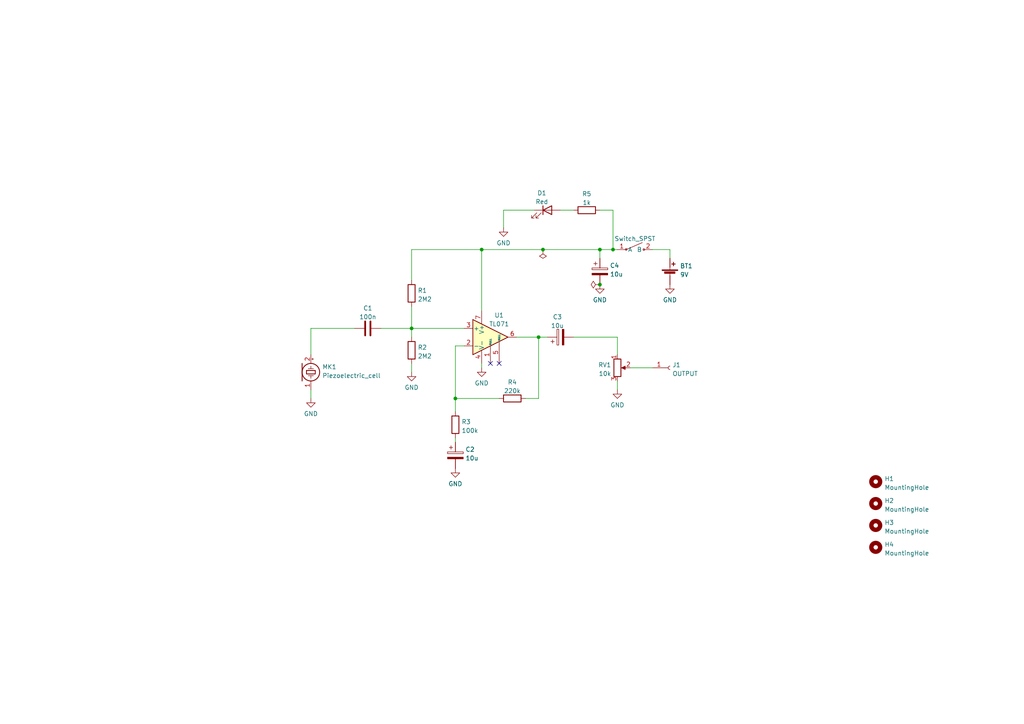
<source format=kicad_sch>
(kicad_sch (version 20211123) (generator eeschema)
  (paper "A4")
  (title_block (title "CursoKicad_CircularFab2022_2 (Amplificador de celda piezoeĺéctrica)") (date "2022-06-02") (rev "V1") (company "Smart Open Lab. Universidad de Extremadura."))
  (lib_symbols
    (symbol "Amplifier_Operational:TL071" (pin_names (offset 0.127))
      (property "Reference" "U" (at 0 6.35 0))
      (property "Value" "TL071" (at 0 3.81 0))
      (symbol "TL071_0_1"
        (polyline (pts (xy -5.08 5.08) (xy 5.08 0) (xy -5.08 -5.08) (xy -5.08 5.08)) (stroke (width 0.254)) (fill (type background)))
      )
      (symbol "TL071_1_1"
        (pin input line (at 0 -7.62 90) (length 5.08) (name "NULL") (number "1"))
        (pin input line (at -7.62 -2.54 0) (length 2.54) (name "-") (number "2"))
        (pin input line (at -7.62 2.54 0) (length 2.54) (name "+") (number "3"))
        (pin power_in line (at -2.54 -7.62 90) (length 3.81) (name "V-") (number "4"))
        (pin input line (at 2.54 -7.62 90) (length 6.35) (name "NULL") (number "5"))
        (pin output line (at 7.62 0 180) (length 2.54) (name "~") (number "6"))
        (pin power_in line (at -2.54 7.62 270) (length 3.81) (name "V+") (number "7"))
        (pin no_connect line (at 0 2.54 270) (length 2.54) hide (name "NC") (number "8"))
      )
    )
    (symbol "Connector:Conn_01x01_Female" (pin_names (offset 1.016) hide)
      (property "Reference" "J" (at 0 2.54 0))
      (property "Value" "Conn_01x01_Female" (at 0 -2.54 0))
      (symbol "Conn_01x01_Female_1_1"
        (polyline (pts (xy -1.27 0) (xy -0.508 0)) (stroke (width 0.1524)))
        (arc (start 0 0.508) (mid -0.508 0) (end 0 -0.508) (stroke (width 0.1524)))
        (pin passive line (at -5.08 0 0) (length 3.81) (name "Pin_1") (number "1"))
      )
    )
    (symbol "CursoCicularFabSesion2:Switch_SPST"
      (property "Reference" "SW1" (at 0.0254 5.681 0))
      (property "Value" "Switch_SPST" (at 0.0254 3.1441 0))
      (symbol "Switch_SPST_0_1"
        (circle (center -2.54 0.0508) (radius 0.254) (stroke (width 0.1524)))
        (polyline (pts (xy -2.54 0) (xy 2.1336 2.032)) (stroke (width 0.1524)))
        (circle (center 2.5908 0) (radius 0.254) (stroke (width 0.1524)))
      )
      (symbol "Switch_SPST_1_1"
        (pin passive line (at -5.08 0 0) (length 2.54) (name "A") (number "1"))
        (pin passive line (at 5.08 0 180) (length 2.54) (name "B") (number "2"))
      )
    )
    (symbol "Device:Battery_Cell" (pin_numbers hide) (pin_names (offset 0) hide)
      (property "Reference" "BT" (at 2.54 2.54 0))
      (property "Value" "Battery_Cell" (at 2.54 0 0))
      (symbol "Battery_Cell_0_1"
        (rectangle (start -2.286 1.778) (end 2.286 1.524) (fill (type outline)))
        (rectangle (start -1.5748 1.1938) (end 1.4732 0.6858) (fill (type outline)))
        (polyline (pts (xy 0 0.762) (xy 0 0)))
        (polyline (pts (xy 0 1.778) (xy 0 2.54)))
        (polyline (pts (xy 0.508 3.429) (xy 1.524 3.429)) (stroke (width 0.254)))
        (polyline (pts (xy 1.016 3.937) (xy 1.016 2.921)) (stroke (width 0.254)))
      )
      (symbol "Battery_Cell_1_1"
        (pin passive line (at 0 5.08 270) (length 2.54) (name "+") (number "1"))
        (pin passive line (at 0 -2.54 90) (length 2.54) (name "-") (number "2"))
      )
    )
    (symbol "Device:C" (pin_numbers hide) (pin_names (offset 0.254))
      (property "Reference" "C" (at 0.635 2.54 0))
      (property "Value" "C" (at 0.635 -2.54 0))
      (symbol "C_0_1"
        (polyline (pts (xy -2.032 -0.762) (xy 2.032 -0.762)) (stroke (width 0.508)))
        (polyline (pts (xy -2.032 0.762) (xy 2.032 0.762)) (stroke (width 0.508)))
      )
      (symbol "C_1_1"
        (pin passive line (at 0 3.81 270) (length 2.794) (name "~") (number "1"))
        (pin passive line (at 0 -3.81 90) (length 2.794) (name "~") (number "2"))
      )
    )
    (symbol "Device:C_Polarized" (pin_numbers hide) (pin_names (offset 0.254))
      (property "Reference" "C" (at 0.635 2.54 0))
      (property "Value" "C_Polarized" (at 0.635 -2.54 0))
      (symbol "C_Polarized_0_1"
        (rectangle (start -2.286 0.508) (end 2.286 1.016))
        (polyline (pts (xy -1.778 2.286) (xy -0.762 2.286)))
        (polyline (pts (xy -1.27 2.794) (xy -1.27 1.778)))
        (rectangle (start 2.286 -0.508) (end -2.286 -1.016) (fill (type outline)))
      )
      (symbol "C_Polarized_1_1"
        (pin passive line (at 0 3.81 270) (length 2.794) (name "~") (number "1"))
        (pin passive line (at 0 -3.81 90) (length 2.794) (name "~") (number "2"))
      )
    )
    (symbol "Device:LED" (pin_numbers hide) (pin_names (offset 1.016) hide)
      (property "Reference" "D" (at 0 2.54 0))
      (property "Value" "LED" (at 0 -2.54 0))
      (symbol "LED_0_1"
        (polyline (pts (xy -1.27 -1.27) (xy -1.27 1.27)) (stroke (width 0.254)))
        (polyline (pts (xy -1.27 0) (xy 1.27 0)))
        (polyline (pts (xy 1.27 -1.27) (xy 1.27 1.27) (xy -1.27 0) (xy 1.27 -1.27)) (stroke (width 0.254)))
        (polyline (pts (xy -3.048 -0.762) (xy -4.572 -2.286) (xy -3.81 -2.286) (xy -4.572 -2.286) (xy -4.572 -1.524)))
        (polyline (pts (xy -1.778 -0.762) (xy -3.302 -2.286) (xy -2.54 -2.286) (xy -3.302 -2.286) (xy -3.302 -1.524)))
      )
      (symbol "LED_1_1"
        (pin passive line (at -3.81 0 0) (length 2.54) (name "K") (number "1"))
        (pin passive line (at 3.81 0 180) (length 2.54) (name "A") (number "2"))
      )
    )
    (symbol "Device:Microphone_Crystal" (pin_names (offset 0.0254) hide)
      (property "Reference" "MK" (at -3.81 1.143 0))
      (property "Value" "Microphone_Crystal" (at -3.81 -0.762 0))
      (symbol "Microphone_Crystal_0_1"
        (rectangle (start -1.27 0.508) (end 1.27 -0.508) (stroke (width 0.254)))
        (polyline (pts (xy -2.54 2.54) (xy -2.54 -2.54)) (stroke (width 0.254)))
        (polyline (pts (xy -0.762 -1.016) (xy 0.762 -1.016)))
        (polyline (pts (xy -0.762 1.016) (xy 0.762 1.016)))
        (polyline (pts (xy 0 -1.016) (xy 0 -1.778)))
        (polyline (pts (xy 0 1.016) (xy 0 1.778)))
        (polyline (pts (xy 0.254 3.81) (xy 0.762 3.81)))
        (polyline (pts (xy 0.508 4.064) (xy 0.508 3.556)))
        (circle (center 0 0) (radius 2.54) (stroke (width 0.254)))
      )
      (symbol "Microphone_Crystal_1_1"
        (pin passive line (at 0 -5.08 90) (length 2.54) (name "-") (number "1"))
        (pin passive line (at 0 5.08 270) (length 2.54) (name "+") (number "2"))
      )
    )
    (symbol "Device:R" (pin_numbers hide) (pin_names (offset 0))
      (property "Reference" "R" (at 2.032 0 90))
      (property "Value" "R" (at 0 0 90))
      (symbol "R_0_1"
        (rectangle (start -1.016 -2.54) (end 1.016 2.54) (stroke (width 0.254)))
      )
      (symbol "R_1_1"
        (pin passive line (at 0 3.81 270) (length 1.27) (name "~") (number "1"))
        (pin passive line (at 0 -3.81 90) (length 1.27) (name "~") (number "2"))
      )
    )
    (symbol "Device:R_Potentiometer" (pin_names (offset 1.016) hide)
      (property "Reference" "RV" (at -4.445 0 90))
      (property "Value" "R_Potentiometer" (at -2.54 0 90))
      (symbol "R_Potentiometer_0_1"
        (polyline (pts (xy 2.54 0) (xy 1.524 0)))
        (polyline (pts (xy 1.143 0) (xy 2.286 0.508) (xy 2.286 -0.508) (xy 1.143 0)) (fill (type outline)))
        (rectangle (start 1.016 2.54) (end -1.016 -2.54) (stroke (width 0.254)))
      )
      (symbol "R_Potentiometer_1_1"
        (pin passive line (at 0 3.81 270) (length 1.27) (name "1") (number "1"))
        (pin passive line (at 3.81 0 180) (length 1.27) (name "2") (number "2"))
        (pin passive line (at 0 -3.81 90) (length 1.27) (name "3") (number "3"))
      )
    )
    (symbol "Mechanical:MountingHole" (pin_names (offset 1.016))
      (property "Reference" "H" (at 0 5.08 0))
      (property "Value" "MountingHole" (at 0 3.175 0))
      (symbol "MountingHole_0_1"
        (circle (center 0 0) (radius 1.27) (stroke (width 1.27)))
      )
    )
    (symbol "power:GND" (power) (pin_names (offset 0))
      (property "Value" "GND" (at 0 -3.81 0))
      (symbol "GND_0_1"
        (polyline (pts (xy 0 0) (xy 0 -1.27) (xy 1.27 -1.27) (xy 0 -2.54) (xy -1.27 -1.27) (xy 0 -1.27)))
      )
      (symbol "GND_1_1"
        (pin power_in line (at 0 0 270) (length 0) hide (name "GND") (number "1"))
      )
    )
    (symbol "power:PWR_FLAG" (power) (pin_numbers hide) (pin_names (offset 0) hide)
      (property "Value" "PWR_FLAG" (at 0 3.81 0))
      (symbol "PWR_FLAG_0_0"
        (pin power_out line (at 0 0 90) (length 0) (name "pwr") (number "1"))
      )
      (symbol "PWR_FLAG_0_1"
        (polyline (pts (xy 0 0) (xy 0 1.27) (xy -1.016 1.905) (xy 0 2.54) (xy 1.016 1.905) (xy 0 1.27)))
      )
    )
  )
  (junction (at 173.99 72.39))
  (junction (at 119.38 95.25))
  (junction (at 173.99 82.55))
  (junction (at 139.7 72.39))
  (junction (at 177.8 72.39))
  (junction (at 132.08 115.57))
  (junction (at 157.48 72.39))
  (junction (at 156.21 97.79))
  (no_connect (at 144.78 105.41))
  (no_connect (at 142.24 105.41))
  (wire (pts (xy 179.07 110.49) (xy 179.07 113.03)))
  (wire (pts (xy 119.38 88.9) (xy 119.38 95.25)))
  (wire (pts (xy 173.99 72.39) (xy 177.8 72.39)))
  (wire (pts (xy 119.38 95.25) (xy 134.62 95.25)))
  (wire (pts (xy 139.7 72.39) (xy 157.48 72.39)))
  (wire (pts (xy 156.21 97.79) (xy 158.75 97.79)))
  (wire (pts (xy 173.99 72.39) (xy 173.99 74.93)))
  (wire (pts (xy 146.05 60.96) (xy 146.05 66.04)))
  (wire (pts (xy 177.8 72.39) (xy 177.8 60.96)))
  (wire (pts (xy 177.8 60.96) (xy 173.99 60.96)))
  (wire (pts (xy 132.08 100.33) (xy 134.62 100.33)))
  (wire (pts (xy 132.08 115.57) (xy 132.08 119.38)))
  (wire (pts (xy 119.38 95.25) (xy 119.38 97.79)))
  (wire (pts (xy 166.37 97.79) (xy 179.07 97.79)))
  (wire (pts (xy 90.17 113.03) (xy 90.17 115.57)))
  (wire (pts (xy 119.38 105.41) (xy 119.38 107.95)))
  (wire (pts (xy 157.48 72.39) (xy 173.99 72.39)))
  (wire (pts (xy 139.7 72.39) (xy 139.7 90.17)))
  (wire (pts (xy 149.86 97.79) (xy 156.21 97.79)))
  (wire (pts (xy 194.31 74.93) (xy 194.31 72.39)))
  (wire (pts (xy 156.21 97.79) (xy 156.21 115.57)))
  (wire (pts (xy 144.78 115.57) (xy 132.08 115.57)))
  (wire (pts (xy 119.38 72.39) (xy 139.7 72.39)))
  (wire (pts (xy 156.21 115.57) (xy 152.4 115.57)))
  (wire (pts (xy 154.94 60.96) (xy 146.05 60.96)))
  (wire (pts (xy 90.17 102.87) (xy 90.17 95.25)))
  (wire (pts (xy 139.7 105.41) (xy 139.7 106.68)))
  (wire (pts (xy 177.8 72.39) (xy 179.07 72.39)))
  (wire (pts (xy 132.08 127) (xy 132.08 128.27)))
  (wire (pts (xy 182.88 106.68) (xy 189.23 106.68)))
  (wire (pts (xy 194.31 72.39) (xy 189.23 72.39)))
  (wire (pts (xy 110.49 95.25) (xy 119.38 95.25)))
  (wire (pts (xy 90.17 95.25) (xy 102.87 95.25)))
  (wire (pts (xy 119.38 81.28) (xy 119.38 72.39)))
  (wire (pts (xy 132.08 115.57) (xy 132.08 100.33)))
  (wire (pts (xy 162.56 60.96) (xy 166.37 60.96)))
  (wire (pts (xy 179.07 97.79) (xy 179.07 102.87)))
  (symbol (lib_id "power:PWR_FLAG") (at 157.48 72.39 180) (unit 1)
    (property "Reference" "#FLG01" (effects hide))
    (property "Value" "PWR_FLAG" (effects hide))
  )
  (symbol (lib_id "Device:R") (at 148.59 115.57 90) (unit 1)
    (property "Reference" "R4" (at 148.59 110.8542 90))
    (property "Value" "220k" (at 148.59 113.3911 90))
    (property "Footprint" "Resistor_THT:R_Axial_DIN0207_L6.3mm_D2.5mm_P7.62mm_Horizontal" (effects hide))
    (property "MFN" "ASC0805-10KFT5" (effects hide))
    (property "S1Link" "https://www.mouser.es/ProductDetail/Welwyn-Components-TT-Electronics/ASC0805-10KFT5?qs=sGAEpiMZZMukHu%252BjC5l7YVCj68fe8G6VW%252B6Iiasuu6Y%3D" (effects hide))
    (property "S1N" "Mouser" (effects hide))
    (property "S1Price" "0.02" (effects hide))
    (property "S1R" "756-ASC0805-10KFT5 " (effects hide))
  )
  (symbol (lib_id "power:GND") (at 90.17 115.57 0) (unit 1)
    (property "Reference" "#PWR01" (effects hide))
    (property "Value" "GND" (at 90.17 120.0134 0))
  )
  (symbol (lib_id "power:GND") (at 146.05 66.04 0) (unit 1)
    (property "Reference" "#PWR05" (effects hide))
    (property "Value" "GND" (at 146.05 70.4834 0))
  )
  (symbol (lib_id "CursoCicularFabSesion2:Switch_SPST") (at 184.15 72.39 0) (unit 1)
    (property "Reference" "SW1" (at 184.1754 66.709 0))
    (property "Value" "Switch_SPST" (at 184.1754 69.2459 0))
    (property "Footprint" "Connector_PinHeader_2.54mm:PinHeader_1x02_P2.54mm_Vertical" (effects hide))
    (property "Reference" "SW1" (effects hide))
    (property "S1N" "Mouser" (effects hide))
    (property "S1Price" "0.02" (effects hide))
    (property "Value" "Switch_SPST" (effects hide))
  )
  (symbol (lib_id "power:GND") (at 132.08 135.89 0) (unit 1)
    (property "Reference" "#PWR03" (effects hide))
    (property "Value" "GND" (at 132.08 140.3334 0))
  )
  (symbol (lib_id "Amplifier_Operational:TL071") (at 142.24 97.79 0) (unit 1)
    (property "Reference" "U1" (at 144.78 91.44 0))
    (property "Value" "TL071" (at 144.78 93.98 0))
    (property "Footprint" "Package_DIP:DIP-8_W7.62mm_Socket" (effects hide))
    (property "Datasheet" "http://www.ti.com/lit/ds/symlink/tl071.pdf" (effects hide))
    (property "S1N" "Mouser" (effects hide))
    (property "S1Price" "0.02" (effects hide))
  )
  (symbol (lib_id "power:GND") (at 194.31 82.55 0) (unit 1)
    (property "Reference" "#PWR08" (effects hide))
    (property "Value" "GND" (at 194.31 86.9934 0))
  )
  (symbol (lib_id "Device:R") (at 170.18 60.96 90) (unit 1)
    (property "Reference" "R5" (at 170.18 56.2442 90))
    (property "Value" "1k" (at 170.18 58.7811 90))
    (property "Footprint" "Resistor_THT:R_Axial_DIN0207_L6.3mm_D2.5mm_P7.62mm_Horizontal" (effects hide))
    (property "MFN" "ASC0805-10KFT5" (effects hide))
    (property "S1Link" "https://www.mouser.es/ProductDetail/Welwyn-Components-TT-Electronics/ASC0805-10KFT5?qs=sGAEpiMZZMukHu%252BjC5l7YVCj68fe8G6VW%252B6Iiasuu6Y%3D" (effects hide))
    (property "S1N" "Mouser" (effects hide))
    (property "S1Price" "0,12" (effects hide))
    (property "S1R" "756-ASC0805-10KFT5 " (effects hide))
  )
  (symbol (lib_id "Mechanical:MountingHole") (at 254 139.7 0) (unit 1)
    (property "Reference" "H1" (at 256.54 138.8653 0) (effects (justify left)))
    (property "Value" "MountingHole" (at 256.54 141.4022 0) (effects (justify left)))
    (property "Footprint" "MountingHole:MountingHole_2.5mm" (effects hide))
  )
  (symbol (lib_id "Device:Battery_Cell") (at 194.31 80.01 0) (unit 1)
    (property "Reference" "BT1" (at 197.231 77.1433 0) (effects (justify left)))
    (property "Value" "9V" (at 197.231 79.6802 0) (effects (justify left)))
    (property "Footprint" "Connector_PinHeader_2.54mm:PinHeader_1x02_P2.54mm_Vertical" (effects hide))
    (property "S1N" "Mouser" (effects hide))
    (property "S1Price" "0.02" (effects hide))
  )
  (symbol (lib_id "Device:R_Potentiometer") (at 179.07 106.68 0) (unit 1)
    (property "Reference" "RV1" (at 177.2921 105.8453 0) (effects (justify right)))
    (property "Value" "10k" (at 177.2921 108.3822 0) (effects (justify right)))
    (property "Footprint" "Connector_PinHeader_2.54mm:PinHeader_1x03_P2.54mm_Vertical" (effects hide))
    (property "Reference" "RV1" (effects hide))
    (property "S1N" "Mouser" (effects hide))
    (property "S1Price" "0.02" (effects hide))
    (property "Value" "10k" (effects hide))
  )
  (symbol (lib_id "Device:LED") (at 158.75 60.96 0) (unit 1)
    (property "Reference" "D1" (at 157.1625 55.9902 0))
    (property "Value" "Red" (at 157.1625 58.5271 0))
    (property "Footprint" "LED_THT:LED_D5.0mm" (effects hide))
    (property "S1N" "Mouser" (effects hide))
    (property "S1Price" "0.02" (effects hide))
  )
  (symbol (lib_id "Device:Microphone_Crystal") (at 90.17 107.95 0) (unit 1)
    (property "Reference" "MK1" (at 93.472 106.4168 0) (effects (justify left)))
    (property "Value" "Piezoelectric_cell" (at 93.472 108.9537 0) (effects (justify left)))
    (property "Footprint" "Connector_PinHeader_2.54mm:PinHeader_1x02_P2.54mm_Vertical" (effects hide))
    (property "S1N" "Mouser" (effects hide))
    (property "S1Price" "0.02" (effects hide))
  )
  (symbol (lib_id "Mechanical:MountingHole") (at 254 152.4 0) (unit 1)
    (property "Reference" "H3" (at 256.54 151.5653 0) (effects (justify left)))
    (property "Value" "MountingHole" (at 256.54 154.1022 0) (effects (justify left)))
    (property "Footprint" "MountingHole:MountingHole_2.5mm" (effects hide))
  )
  (symbol (lib_id "power:GND") (at 139.7 106.68 0) (unit 1)
    (property "Reference" "#PWR04" (effects hide))
    (property "Value" "GND" (at 139.7 111.1234 0))
  )
  (symbol (lib_id "Device:R") (at 119.38 101.6 0) (unit 1)
    (property "Reference" "R2" (at 121.158 100.7653 0) (effects (justify left)))
    (property "Value" "2M2" (at 121.158 103.3022 0) (effects (justify left)))
    (property "Footprint" "Resistor_THT:R_Axial_DIN0207_L6.3mm_D2.5mm_P7.62mm_Horizontal" (effects hide))
    (property "MFN" "ASC0805-10KFT5" (effects hide))
    (property "S1Link" "https://www.mouser.es/ProductDetail/Welwyn-Components-TT-Electronics/ASC0805-10KFT5?qs=sGAEpiMZZMukHu%252BjC5l7YVCj68fe8G6VW%252B6Iiasuu6Y%3D" (effects hide))
    (property "S1N" "Mouser" (effects hide))
    (property "S1Price" "0.02" (effects hide))
    (property "S1R" "756-ASC0805-10KFT5 " (effects hide))
  )
  (symbol (lib_id "power:GND") (at 179.07 113.03 0) (unit 1)
    (property "Reference" "#PWR07" (effects hide))
    (property "Value" "GND" (at 179.07 117.4734 0))
  )
  (symbol (lib_id "Device:C_Polarized") (at 173.99 78.74 0) (unit 1)
    (property "Reference" "C4" (at 176.911 77.0163 0) (effects (justify left)))
    (property "Value" "10u" (at 176.911 79.5532 0) (effects (justify left)))
    (property "Footprint" "Capacitor_THT:CP_Radial_D6.3mm_P2.50mm" (effects hide))
    (property "S1N" "Mouser" (effects hide))
    (property "S1Price" "0.02" (effects hide))
  )
  (symbol (lib_id "Connector:Conn_01x01_Female") (at 194.31 106.68 0) (unit 1)
    (property "Reference" "J1" (at 195.0212 105.8453 0) (effects (justify left)))
    (property "Value" "OUTPUT" (at 195.0212 108.3822 0) (effects (justify left)))
    (property "Footprint" "Connector_Pin:Pin_D1.0mm_L10.0mm" (effects hide))
    (property "Reference" "J1" (effects hide))
    (property "S1N" "Mouser" (effects hide))
    (property "S1Price" "0.02" (effects hide))
    (property "Value" "OUTPUT" (effects hide))
  )
  (symbol (lib_id "Mechanical:MountingHole") (at 254 146.05 0) (unit 1)
    (property "Reference" "H2" (at 256.54 145.2153 0) (effects (justify left)))
    (property "Value" "MountingHole" (at 256.54 147.7522 0) (effects (justify left)))
    (property "Footprint" "MountingHole:MountingHole_2.5mm" (effects hide))
  )
  (symbol (lib_id "Device:C_Polarized") (at 132.08 132.08 0) (unit 1)
    (property "Reference" "C2" (at 135.001 130.3563 0) (effects (justify left)))
    (property "Value" "10u" (at 135.001 132.8932 0) (effects (justify left)))
    (property "Footprint" "Capacitor_THT:CP_Radial_D6.3mm_P2.50mm" (effects hide))
    (property "Reference" "C2" (effects hide))
    (property "S1N" "Mouser" (effects hide))
    (property "S1Price" "0.02" (effects hide))
    (property "Value" "10u" (effects hide))
  )
  (symbol (lib_id "power:GND") (at 173.99 82.55 0) (unit 1)
    (property "Reference" "#PWR06" (effects hide))
    (property "Value" "GND" (at 173.99 86.9934 0))
  )
  (symbol (lib_id "Device:R") (at 132.08 123.19 0) (unit 1)
    (property "Reference" "R3" (at 133.858 122.3553 0) (effects (justify left)))
    (property "Value" "100k" (at 133.858 124.8922 0) (effects (justify left)))
    (property "Footprint" "Resistor_THT:R_Axial_DIN0207_L6.3mm_D2.5mm_P7.62mm_Horizontal" (effects hide))
    (property "MFN" "ASC0805-10KFT5" (effects hide))
    (property "S1Link" "https://www.mouser.es/ProductDetail/Welwyn-Components-TT-Electronics/ASC0805-10KFT5?qs=sGAEpiMZZMukHu%252BjC5l7YVCj68fe8G6VW%252B6Iiasuu6Y%3D" (effects hide))
    (property "S1N" "Mouser" (effects hide))
    (property "S1Price" "0.02" (effects hide))
    (property "S1R" "756-ASC0805-10KFT5 " (effects hide))
  )
  (symbol (lib_id "Device:C") (at 106.68 95.25 90) (unit 1)
    (property "Reference" "C1" (at 106.68 89.3912 90))
    (property "Value" "100n" (at 106.68 91.9281 90))
    (property "Footprint" "Capacitor_THT:C_Rect_L7.0mm_W3.5mm_P5.00mm" (effects hide))
    (property "Reference" "C1" (effects hide))
    (property "S1N" "Mouser" (effects hide))
    (property "S1Price" "0.02" (effects hide))
    (property "Value" "100n" (effects hide))
  )
  (symbol (lib_id "Device:R") (at 119.38 85.09 0) (unit 1)
    (property "Reference" "R1" (at 121.158 84.2553 0) (effects (justify left)))
    (property "Value" "2M2" (at 121.158 86.7922 0) (effects (justify left)))
    (property "Footprint" "Resistor_THT:R_Axial_DIN0207_L6.3mm_D2.5mm_P7.62mm_Horizontal" (effects hide))
    (property "MFN" "ASC0805-10KFT5" (effects hide))
    (property "Reference" "R1" (effects hide))
    (property "S1Link" "https://www.mouser.es/ProductDetail/Welwyn-Components-TT-Electronics/ASC0805-10KFT5?qs=sGAEpiMZZMukHu%252BjC5l7YVCj68fe8G6VW%252B6Iiasuu6Y%3D" (effects hide))
    (property "S1N" "Mouser" (effects hide))
    (property "S1Price" "0.02" (effects hide))
    (property "S1R" "756-ASC0805-10KFT5 " (effects hide))
    (property "Value" "2M2" (effects hide))
  )
  (symbol (lib_id "power:PWR_FLAG") (at 173.99 82.55 90) (unit 1)
    (property "Reference" "#FLG02" (effects hide))
    (property "Value" "PWR_FLAG" (effects hide))
  )
  (symbol (lib_id "power:GND") (at 119.38 107.95 0) (unit 1)
    (property "Reference" "#PWR02" (effects hide))
    (property "Value" "GND" (at 119.38 112.3934 0))
  )
  (symbol (lib_id "Device:C_Polarized") (at 162.56 97.79 90) (unit 1)
    (property "Reference" "C3" (at 161.671 91.9312 90))
    (property "Value" "10u" (at 161.671 94.4681 90))
    (property "Footprint" "Capacitor_THT:CP_Radial_D6.3mm_P2.50mm" (effects hide))
    (property "S1N" "Mouser" (effects hide))
    (property "S1Price" "0.02" (effects hide))
  )
  (symbol (lib_id "Mechanical:MountingHole") (at 254 158.75 0) (unit 1)
    (property "Reference" "H4" (at 256.54 157.9153 0) (effects (justify left)))
    (property "Value" "MountingHole" (at 256.54 160.4522 0) (effects (justify left)))
    (property "Footprint" "MountingHole:MountingHole_2.5mm" (effects hide))
  )
)
</source>
